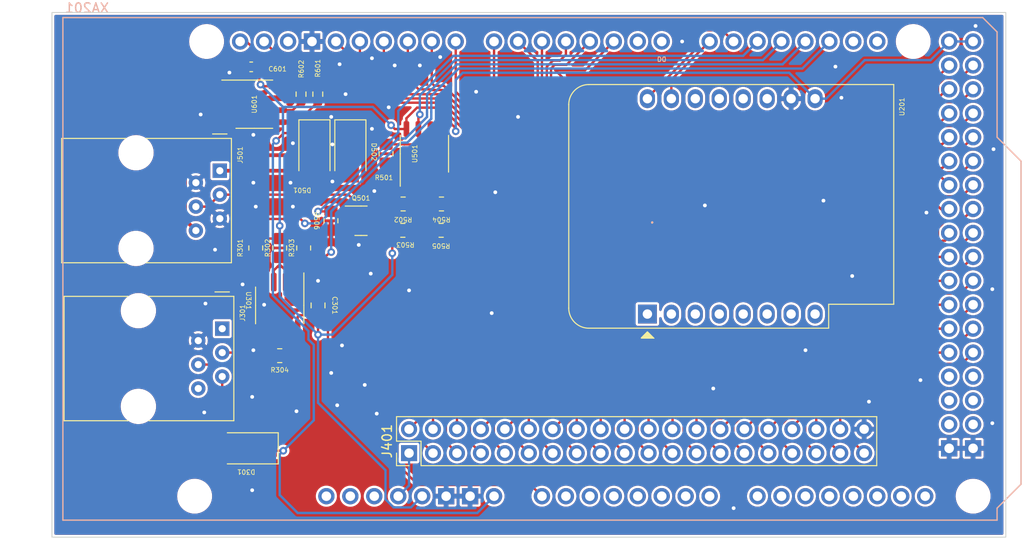
<source format=kicad_pcb>
(kicad_pcb (version 20211014) (generator pcbnew)
  (layers (0 "F.Cu" signal) (31 "B.Cu" signal) (34 "B.Paste" user) (35 "F.Paste" user) (36 "B.SilkS" user "B.Silkscreen") (37 "F.SilkS" user "F.Silkscreen") (38 "B.Mask" user) (39 "F.Mask" user) (44 "Edge.Cuts" user))
  (net 0 "")
  (net 1 "GND")
  (net 2 "+5V")
  (net 3 "+12V")
  (net 4 "Net-(D301-Pad2)")
  (net 5 "Net-(J501-Pad3)")
  (net 6 "Lnet_Tx")
  (net 7 "Net-(R501-Pad1)")
  (net 8 "Lnet_Rx")
  (net 9 "Net-(R503-Pad1)")
  (net 10 "SDA")
  (net 11 "SCL")
  (net 25 "Net-(U201-Pad15)")
  (net 26 "Net-(U201-Pad16)")
  (net 30 "/Xnet/B")
  (net 31 "/Xnet/A")
  (net 33 "Tx")
  (net 34 "dir")
  (net 35 "Rx")
  (net 36 "GPIO1")
  (net 37 "GPIO2")
  (net 38 "GPIO3")
  (net 39 "GPIO4")
  (net 40 "GPIO5")
  (net 41 "GPIO6")
  (net 42 "GPIO7")
  (net 43 "GPIO8")
  (net 44 "GPIO9")
  (net 45 "GPIO10")
  (net 46 "GPIO11")
  (net 47 "GPIO12")
  (net 48 "GPIO13")
  (net 49 "GPIO14")
  (net 50 "GPIO15")
  (net 51 "GPIO16")
  (net 52 "GPIO17")
  (net 53 "GPIO18")
  (net 54 "GPIO19")
  (net 55 "GPIO20")
  (net 56 "GPIO21")
  (net 57 "GPIO22")
  (net 58 "GPIO23")
  (net 59 "GPIO24")
  (net 60 "GPIO25")
  (net 61 "GPIO26")
  (net 62 "GPIO27")
  (net 63 "GPIO28")
  (net 64 "GPIO29")
  (net 65 "GPIO30")
  (net 66 "GPIO31")
  (net 67 "GPIO32")
  (net 68 "GPIO33")
  (net 69 "GPIO34")
  (net 70 "GPIO35")
  (net 71 "GPIO36")
  (net 72 "GPIO37")
  (net 73 "GPIO38")
  (net 74 "+3V3")
  (net 102 "Net-(D501-Pad2)")
  (net 103 "Net-(D502-Pad2)")
  (footprint "Package_SO:SOIC-8_3.9x4.9mm_P1.27mm" (layer "F.Cu") (at 143.51 96.0835 -90)
    (fp_text reference "U301")
    (fp_text value "MAX485E")
  )
  (footprint "Connector_RJ:RJ12_Amphenol_54601" (layer "F.Cu") (at 137.16 81.788 -90)
    (fp_text reference "J501")
    (fp_text value "RJ12")
  )
  (footprint "Resistor_SMD:R_0805_2012Metric_Pad1.20x1.40mm_HandSolder" (layer "F.Cu") (at 148.9456 87.0966 -90)
    (fp_text reference "R506")
    (fp_text value "10k")
  )
  (footprint "Package_TO_SOT_SMD:SOT-23" (layer "F.Cu") (at 152.1316 87.0966)
    (fp_text reference "Q501")
    (fp_text value "AO3400A")
  )
  (footprint "Resistor_SMD:R_0805_2012Metric_Pad1.20x1.40mm_HandSolder" (layer "F.Cu") (at 146.05 89.9875 90)
    (fp_text reference "R303")
    (fp_text value "10k")
  )
  (footprint "Resistor_SMD:R_0805_2012Metric_Pad1.20x1.40mm_HandSolder" (layer "F.Cu") (at 143.51 101.4175)
    (fp_text reference "R304")
    (fp_text value "120R")
  )
  (footprint "Diode_SMD:D_SMA" (layer "F.Cu") (at 139.954 111.252 180)
    (fp_text reference "D301")
    (fp_text value "D")
  )
  (footprint "Capacitor_SMD:C_0603_1608Metric_Pad1.08x0.95mm_HandSolder" (layer "F.Cu") (at 140.4874 70.7644)
    (fp_text reference "C601")
    (fp_text value "100nF")
  )
  (footprint "Resistor_SMD:R_0805_2012Metric_Pad1.20x1.40mm_HandSolder" (layer "F.Cu") (at 143.51 89.9875 90)
    (fp_text reference "R302")
    (fp_text value "10k")
  )
  (footprint "Resistor_SMD:R_0805_2012Metric_Pad1.20x1.40mm_HandSolder" (layer "F.Cu") (at 140.97 89.9875 90)
    (fp_text reference "R301")
    (fp_text value "10k")
  )
  (footprint "Diode_SMD:D_SMA" (layer "F.Cu") (at 151.003 79.788 -90)
    (fp_text reference "D502")
    (fp_text value "D")
  )
  (footprint "Module:WEMOS_D1_mini_light" (layer "F.Cu") (at 182.5 97 90)
    (fp_text reference "U201")
    (fp_text value "WeMos_D1_mini")
  )
  (footprint "Resistor_SMD:R_0805_2012Metric_Pad1.20x1.40mm_HandSolder" (layer "F.Cu") (at 156.5976 85.3186 180)
    (fp_text reference "R502")
    (fp_text value "47k")
  )
  (footprint "Resistor_SMD:R_0805_2012Metric_Pad1.20x1.40mm_HandSolder" (layer "F.Cu") (at 160.6296 88.1126 180)
    (fp_text reference "R505")
    (fp_text value "22k")
  )
  (footprint "Connector_RJ:RJ12_Amphenol_54601" (layer "F.Cu") (at 137.414 98.552 -90)
    (fp_text reference "J301")
    (fp_text value "RJ12")
  )
  (footprint "Resistor_SMD:R_0805_2012Metric_Pad1.20x1.40mm_HandSolder" (layer "F.Cu") (at 160.6616 85.3186 180)
    (fp_text reference "R504")
    (fp_text value "150k")
  )
  (footprint "Diode_SMD:D_SMA" (layer "F.Cu") (at 147.193 79.788 -90)
    (fp_text reference "D501")
    (fp_text value "D")
  )
  (footprint "Resistor_SMD:R_0603_1608Metric" (layer "F.Cu") (at 147.5486 73.66 -90)
    (fp_text reference "R601")
    (fp_text value "4k7")
  )
  (footprint "Package_SO:SOIC-8_3.9x4.9mm_P1.27mm" (layer "F.Cu") (at 140.8176 74.7268)
    (fp_text reference "U601")
    (fp_text value "24LC256")
  )
  (footprint "Resistor_SMD:R_0805_2012Metric_Pad1.20x1.40mm_HandSolder" (layer "F.Cu") (at 156.5656 88.1126 180)
    (fp_text reference "R503")
    (fp_text value "10k")
  )
  (footprint "Resistor_SMD:R_0805_2012Metric_Pad1.20x1.40mm_HandSolder" (layer "F.Cu") (at 154.7876 79.9846 90)
    (fp_text reference "R501")
    (fp_text value "220k")
  )
  (footprint "Connector_PinHeader_2.54mm:PinHeader_2x20_P2.54mm_Vertical" (layer "F.Cu") (at 157.226 111.76 90)
    (fp_text reference "J401")
    (fp_text value "Conn_02x20_Counter_Clockwise")
  )
  (footprint "Resistor_SMD:R_0603_1608Metric" (layer "F.Cu") (at 145.7706 73.66 -90)
    (fp_text reference "R602")
    (fp_text value "4k7")
  )
  (footprint "Arduino:Arduino_Mega2560_Shield" (layer "F.Cu") (at 120.518 118.872)
    (fp_text reference "XA201")
    (fp_text value "Arduino_Mega2560_Shield")
  )
  (footprint "Capacitor_SMD:C_0805_2012Metric_Pad1.18x1.45mm_HandSolder" (layer "F.Cu") (at 147.574 96.0835 90)
    (fp_text reference "C301")
    (fp_text value "100n")
  )
  (footprint "Package_SO:SOP-8_3.9x4.9mm_P1.27mm" (layer "F.Cu") (at 158.8516 79.9846 90)
    (fp_text reference "U501")
    (fp_text value "LM311")
  )
  (gr_rect (start 119.3584 64.992) (end 220.5052 120.6812) (layer "Edge.Cuts") (width 0.1) (fill none))
  (via (at 153.797 107.569) (size 0.8) (drill 0.4) (layers "F.Cu" "B.Cu") (net 1))
  (via (at 136.652 90.17) (size 0.8) (drill 0.4) (layers "F.Cu" "B.Cu") (net 1))
  (via (at 191.643 117.602) (size 0.8) (drill 0.4) (layers "F.Cu" "B.Cu") (net 1))
  (via (at 145.288 107.315) (size 0.8) (drill 0.4) (layers "F.Cu" "B.Cu") (net 1))
  (via (at 168.783 76.073) (size 0.8) (drill 0.4) (layers "F.Cu" "B.Cu") (net 1))
  (via (at 150.114 100.33) (size 0.8) (drill 0.4) (layers "F.Cu" "B.Cu") (net 1))
  (via (at 189.484 104.902) (size 0.8) (drill 0.4) (layers "F.Cu" "B.Cu") (net 1))
  (via (at 140.589 115.697) (size 0.8) (drill 0.4) (layers "F.Cu" "B.Cu") (net 1))
  (via (at 147.574 93.472) (size 0.8) (drill 0.4) (layers "F.Cu" "B.Cu") (net 1))
  (via (at 138.176 71.374) (size 0.8) (drill 0.4) (layers "F.Cu" "B.Cu") (net 1))
  (via (at 205.994 106.299) (size 0.8) (drill 0.4) (layers "F.Cu" "B.Cu") (net 1))
  (via (at 219.075 108.585) (size 0.8) (drill 0.4) (layers "F.Cu" "B.Cu") (net 1))
  (via (at 135.636 95.885) (size 0.8) (drill 0.4) (layers "F.Cu" "B.Cu") (net 1))
  (via (at 158.369 70.612) (size 0.8) (drill 0.4) (layers "F.Cu" "B.Cu") (net 1))
  (via (at 149.86 70.485) (size 0.8) (drill 0.4) (layers "F.Cu" "B.Cu") (net 1))
  (via (at 149.606 106.68) (size 0.8) (drill 0.4) (layers "F.Cu" "B.Cu") (net 1))
  (via (at 199.263 100.838) (size 0.8) (drill 0.4) (layers "F.Cu" "B.Cu") (net 1))
  (via (at 153.289 77.343) (size 0.8) (drill 0.4) (layers "F.Cu" "B.Cu") (net 1))
  (via (at 219.202 79.502) (size 0.8) (drill 0.4) (layers "F.Cu" "B.Cu") (net 1))
  (via (at 144.653 83.058) (size 0.8) (drill 0.4) (layers "F.Cu" "B.Cu") (net 1))
  (via (at 151.892 89.662) (size 0.8) (drill 0.4) (layers "F.Cu" "B.Cu") (net 1))
  (via (at 155.067 75.057) (size 0.8) (drill 0.4) (layers "F.Cu" "B.Cu") (net 1))
  (via (at 141.859 96.012) (size 0.8) (drill 0.4) (layers "F.Cu" "B.Cu") (net 1))
  (via (at 153.543 83.947) (size 0.8) (drill 0.4) (layers "F.Cu" "B.Cu") (net 1))
  (via (at 188.595 85.471) (size 0.8) (drill 0.4) (layers "F.Cu" "B.Cu") (net 1))
  (via (at 155.702 70.612) (size 0.8) (drill 0.4) (layers "F.Cu" "B.Cu") (net 1))
  (via (at 135.128 75.819) (size 0.8) (drill 0.4) (layers "F.Cu" "B.Cu") (net 1))
  (via (at 211.455 104.013) (size 0.8) (drill 0.4) (layers "F.Cu" "B.Cu") (net 1))
  (via (at 140.589 105.791) (size 0.8) (drill 0.4) (layers "F.Cu" "B.Cu") (net 1))
  (via (at 217.297 66.421) (size 0.8) (drill 0.4) (layers "F.Cu" "B.Cu") (net 1))
  (via (at 153.289 69.85) (size 0.8) (drill 0.4) (layers "F.Cu" "B.Cu") (net 1))
  (via (at 144.907 78.867) (size 0.8) (drill 0.4) (layers "F.Cu" "B.Cu") (net 1))
  (via (at 149.098 78.994) (size 0.8) (drill 0.4) (layers "F.Cu" "B.Cu") (net 1))
  (via (at 166.37 84.074) (size 0.8) (drill 0.4) (layers "F.Cu" "B.Cu") (net 1))
  (via (at 186.182 68.072) (size 0.8) (drill 0.4) (layers "F.Cu" "B.Cu") (net 1))
  (via (at 157.226 94.488) (size 0.8) (drill 0.4) (layers "F.Cu" "B.Cu") (net 1))
  (via (at 148.971 76.073) (size 0.8) (drill 0.4) (layers "F.Cu" "B.Cu") (net 1))
  (via (at 140.716 83.058) (size 0.8) (drill 0.4) (layers "F.Cu" "B.Cu") (net 1))
  (via (at 203.073 74.041) (size 0.8) (drill 0.4) (layers "F.Cu" "B.Cu") (net 1))
  (via (at 202.438 70.739) (size 0.8) (drill 0.4) (layers "F.Cu" "B.Cu") (net 1))
  (via (at 201.168 84.963) (size 0.8) (drill 0.4) (layers "F.Cu" "B.Cu") (net 1))
  (via (at 135.509 107.442) (size 0.8) (drill 0.4) (layers "F.Cu" "B.Cu") (net 1))
  (via (at 164.338 73.406) (size 0.8) (drill 0.4) (layers "F.Cu" "B.Cu") (net 1))
  (via (at 160.528 69.723) (size 0.8) (drill 0.4) (layers "F.Cu" "B.Cu") (net 1))
  (via (at 149.098 82.931) (size 0.8) (drill 0.4) (layers "F.Cu" "B.Cu") (net 1))
  (via (at 148.971 103.251) (size 0.8) (drill 0.4) (layers "F.Cu" "B.Cu") (net 1))
  (via (at 140.716 77.978) (size 0.8) (drill 0.4) (layers "F.Cu" "B.Cu") (net 1))
  (via (at 204.216 92.964) (size 0.8) (drill 0.4) (layers "F.Cu" "B.Cu") (net 1))
  (via (at 140.716 100.838) (size 0.8) (drill 0.4) (layers "F.Cu" "B.Cu") (net 1))
  (via (at 219.075 94.361) (size 0.8) (drill 0.4) (layers "F.Cu" "B.Cu") (net 1))
  (via (at 150.495 73.66) (size 0.8) (drill 0.4) (layers "F.Cu" "B.Cu") (net 1))
  (via (at 212.09 86.233) (size 0.8) (drill 0.4) (layers "F.Cu" "B.Cu") (net 1))
  (via (at 144.907 85.598) (size 0.8) (drill 0.4) (layers "F.Cu" "B.Cu") (net 1))
  (via (at 139.573 93.853) (size 0.8) (drill 0.4) (layers "F.Cu" "B.Cu") (net 1))
  (via (at 152.527 104.521) (size 0.8) (drill 0.4) (layers "F.Cu" "B.Cu") (net 1))
  (via (at 153.162 92.71) (size 0.8) (drill 0.4) (layers "F.Cu" "B.Cu") (net 1))
  (via (at 140.97 85.598) (size 0.8) (drill 0.4) (layers "F.Cu" "B.Cu") (net 1))
  (via (at 165.989 96.901) (size 0.8) (drill 0.4) (layers "F.Cu" "B.Cu") (net 1))
  (segment (start 141.3499 72.5159) (end 141.478 72.644) (width 0.25) (layer "F.Cu") (net 2))
  (segment (start 155.7186 77.3596) (end 156.9466 77.3596) (width 0.25) (layer "F.Cu") (net 2))
  (segment (start 156.9466 77.3596) (end 156.9466 76.216786) (width 0.25) (layer "F.Cu") (net 2))
  (segment (start 158.068897 75.094489) (end 159.987561 75.094489) (width 0.25) (layer "F.Cu") (net 2))
  (segment (start 146.05 88.9875) (end 140.97 88.9875) (width 0.25) (layer "F.Cu") (net 2))
  (segment (start 141.6558 72.8218) (end 143.2926 72.8218) (width 0.25) (layer "F.Cu") (net 2))
  (segment (start 145.576 97.121) (end 145.415 97.282) (width 0.25) (layer "F.Cu") (net 2))
  (segment (start 159.987561 75.094489) (end 162.174701 77.281629) (width 0.25) (layer "F.Cu") (net 2))
  (segment (start 147.574 97.121) (end 145.576 97.121) (width 0.25) (layer "F.Cu") (net 2))
  (segment (start 147.574 99.187) (end 147.574 97.121) (width 0.25) (layer "F.Cu") (net 2))
  (segment (start 147.5486 72.835) (end 143.3058 72.835) (width 0.25) (layer "F.Cu") (net 2))
  (segment (start 145.415 97.282) (end 145.415 98.5585) (width 0.25) (layer "F.Cu") (net 2))
  (segment (start 141.478 72.644) (end 141.6558 72.8218) (width 0.25) (layer "F.Cu") (net 2))
  (segment (start 162.174701 77.281629) (end 162.174701 77.601299) (width 0.25) (layer "F.Cu") (net 2))
  (segment (start 141.3499 70.7644) (end 141.3499 72.5159) (width 0.25) (layer "F.Cu") (net 2))
  (segment (start 155.448 90.551) (end 155.448 88.2302) (width 0.25) (layer "F.Cu") (net 2))
  (segment (start 143.3058 72.835) (end 143.2926 72.8218) (width 0.25) (layer "F.Cu") (net 2))
  (segment (start 155.321 76.962) (end 155.7186 77.3596) (width 0.25) (layer "F.Cu") (net 2))
  (segment (start 143.51 88.9875) (end 143.51 87.63) (width 0.25) (layer "F.Cu") (net 2))
  (segment (start 155.448 88.2302) (end 155.5656 88.1126) (width 0.25) (layer "F.Cu") (net 2))
  (segment (start 156.9466 76.216786) (end 158.068897 75.094489) (width 0.25) (layer "F.Cu") (net 2))
  (via (at 147.574 99.187) (size 0.8) (drill 0.4) (layers "F.Cu" "B.Cu") (net 2))
  (via (at 141.478 72.644) (size 0.8) (drill 0.4) (layers "F.Cu" "B.Cu") (net 2))
  (via (at 155.448 90.551) (size 0.8) (drill 0.4) (layers "F.Cu" "B.Cu") (net 2))
  (via (at 155.321 76.962) (size 0.8) (drill 0.4) (layers "F.Cu" "B.Cu") (net 2))
  (via (at 143.51 87.63) (size 0.8) (drill 0.4) (layers "F.Cu" "B.Cu") (net 2))
  (via (at 162.174701 77.601299) (size 0.8) (drill 0.4) (layers "F.Cu" "B.Cu") (net 2))
  (segment (start 147.574 99.187) (end 149.098 99.187) (width 0.25) (layer "B.Cu") (net 2))
  (segment (start 143.51 95.123) (end 147.447 99.06) (width 0.25) (layer "B.Cu") (net 2))
  (segment (start 143.853511 75.019511) (end 144.107511 75.019511) (width 0.25) (layer "B.Cu") (net 2))
  (segment (start 143.51 87.63) (end 143.51 80.01) (width 0.25) (layer "B.Cu") (net 2))
  (segment (start 153.378511 75.019511) (end 155.321 76.962) (width 0.25) (layer "B.Cu") (net 2))
  (segment (start 214.498 68.072) (end 217.038 68.072) (width 0.25) (layer "B.Cu") (net 2))
  (segment (start 155.448 92.837) (end 155.448 90.551) (width 0.25) (layer "B.Cu") (net 2))
  (segment (start 143.51 80.01) (end 143.853511 79.666489) (width 0.25) (layer "B.Cu") (net 2))
  (segment (start 149.098 99.187) (end 155.067 93.218) (width 0.25) (layer "B.Cu") (net 2))
  (segment (start 155.067 93.218) (end 155.448 92.837) (width 0.25) (layer "B.Cu") (net 2))
  (segment (start 143.853511 75.273511) (end 144.107511 75.019511) (width 0.25) (layer "B.Cu") (net 2))
  (segment (start 197.53408 71.39408) (end 200.28 74.14) (width 0.25) (layer "B.Cu") (net 2))
  (segment (start 155.585867 117.520111) (end 154.726111 116.660355) (width 0.25) (layer "B.Cu") (net 2))
  (segment (start 162.174701 77.601299) (end 162.174701 72.140299) (width 0.25) (layer "B.Cu") (net 2))
  (segment (start 143.853511 79.666489) (end 143.853511 75.273511) (width 0.25) (layer "B.Cu") (net 2))
  (segment (start 147.574 106.426) (end 147.574 99.187) (width 0.25) (layer "B.Cu") (net 2))
  (segment (start 143.853511 75.019511) (end 141.478 72.644) (width 0.25) (layer "B.Cu") (net 2))
  (segment (start 143.51 87.63) (end 143.51 95.123) (width 0.25) (layer "B.Cu") (net 2))
  (segment (start 143.853511 75.273511) (end 143.853511 75.019511) (width 0.25) (layer "B.Cu") (net 2))
  (segment (start 158.618 116.332) (end 157.429889 117.520111) (width 0.25) (layer "B.Cu") (net 2))
  (segment (start 162.92092 71.39408) (end 197.53408 71.39408) (width 0.25) (layer "B.Cu") (net 2))
  (segment (start 205.543479 70.046521) (end 201.45 74.14) (width 0.25) (layer "B.Cu") (net 2))
  (segment (start 214.498 68.072) (end 212.523479 70.046521) (width 0.25) (layer "B.Cu") (net 2))
  (segment (start 147.447 99.06) (end 147.574 99.187) (width 0.25) (layer "B.Cu") (net 2))
  (segment (start 212.523479 70.046521) (end 205.543479 70.046521) (width 0.25) (layer "B.Cu") (net 2))
  (segment (start 144.107511 75.019511) (end 153.378511 75.019511) (width 0.25) (layer "B.Cu") (net 2))
  (segment (start 154.726111 116.660355) (end 154.726111 113.578111) (width 0.25) (layer "B.Cu") (net 2))
  (segment (start 157.429889 117.520111) (end 155.585867 117.520111) (width 0.25) (layer "B.Cu") (net 2))
  (segment (start 154.726111 113.578111) (end 147.574 106.426) (width 0.25) (layer "B.Cu") (net 2))
  (segment (start 162.174701 72.140299) (end 162.92092 71.39408) (width 0.25) (layer "B.Cu") (net 2))
  (segment (start 201.45 74.14) (end 200.28 74.14) (width 0.25) (layer "B.Cu") (net 2))
  (segment (start 143.891 111.506) (end 142.208 111.506) (width 0.25) (layer "F.Cu") (net 3))
  (segment (start 143.129 78.613) (end 143.954 77.788) (width 0.25) (layer "F.Cu") (net 3))
  (segment (start 143.954 77.788) (end 147.193 77.788) (width 0.25) (layer "F.Cu") (net 3))
  (segment (start 142.208 111.506) (end 141.954 111.252) (width 0.25) (layer "F.Cu") (net 3))
  (segment (start 151.003 77.788) (end 147.193 77.788) (width 0.4) (layer "F.Cu") (net 3))
  (via (at 143.129 78.613) (size 0.8) (drill 0.4) (layers "F.Cu" "B.Cu") (net 3))
  (via (at 143.891 111.506) (size 0.8) (drill 0.4) (layers "F.Cu" "B.Cu") (net 3))
  (segment (start 143.891 111.506) (end 147.12448 108.27252) (width 0.25) (layer "B.Cu") (net 3))
  (segment (start 166.238 116.332) (end 164.46 118.11) (width 0.25) (layer "B.Cu") (net 3))
  (segment (start 147.12448 106.172) (end 147.12448 101.981) (width 0.25) (layer "B.Cu") (net 3))
  (segment (start 164.46 118.11) (end 145.415 118.11) (width 0.25) (layer "B.Cu") (net 3))
  (segment (start 147.12448 100.26148) (end 146.558 99.695) (width 0.25) (layer "B.Cu") (net 3))
  (segment (start 142.785489 95.034207) (end 142.785489 78.956511) (width 0.25) (layer "B.Cu") (net 3))
  (segment (start 146.558 98.806718) (end 145.414641 97.663359) (width 0.25) (layer "B.Cu") (net 3))
  (segment (start 143.51 116.205) (end 143.51 111.887) (width 0.25) (layer "B.Cu") (net 3))
  (segment (start 145.414641 97.663359) (end 142.785489 95.034207) (width 0.25) (layer "B.Cu") (net 3))
  (segment (start 146.558 99.695) (end 146.558 98.806718) (width 0.25) (layer "B.Cu") (net 3))
  (segment (start 142.785489 78.956511) (end 143.129 78.613) (width 0.25) (layer "B.Cu") (net 3))
  (segment (start 143.51 111.887) (end 143.891 111.506) (width 0.25) (layer "B.Cu") (net 3))
  (segment (start 147.12448 101.981) (end 147.12448 100.26148) (width 0.25) (layer "B.Cu") (net 3))
  (segment (start 147.12448 108.27252) (end 147.12448 106.172) (width 0.25) (layer "B.Cu") (net 3))
  (segment (start 145.415 118.11) (end 143.51 116.205) (width 0.25) (layer "B.Cu") (net 3))
  (segment (start 137.414 103.632) (end 137.414 110.712) (width 0.25) (layer "F.Cu") (net 4))
  (segment (start 137.414 110.712) (end 137.954 111.252) (width 0.25) (layer "F.Cu") (net 4))
  (segment (start 155.5976 85.3186) (end 154.8471 85.3186) (width 0.25) (layer "F.Cu") (net 5))
  (segment (start 153.0691 86.613028) (end 153.0691 87.0966) (width 0.25) (layer "F.Cu") (net 5))
  (segment (start 150.784072 84.328) (end 153.0691 86.613028) (width 0.25) (layer "F.Cu") (net 5))
  (segment (start 134.62 85.598) (end 135.89 85.598) (width 0.25) (layer "F.Cu") (net 5))
  (segment (start 135.89 85.598) (end 137.16 84.328) (width 0.25) (layer "F.Cu") (net 5))
  (segment (start 154.8471 85.3186) (end 153.0691 87.0966) (width 0.25) (layer "F.Cu") (net 5))
  (segment (start 137.16 84.328) (end 150.784072 84.328) (width 0.25) (layer "F.Cu") (net 5))
  (segment (start 148.9362 86.106) (end 148.9456 86.0966) (width 0.25) (layer "F.Cu") (net 6))
  (segment (start 148.9956 86.1466) (end 148.9456 86.0966) (width 0.25) (layer "F.Cu") (net 6))
  (segment (start 147.574 86.106) (end 148.9362 86.106) (width 0.25) (layer "F.Cu") (net 6))
  (segment (start 151.1941 86.1466) (end 148.9956 86.1466) (width 0.25) (layer "F.Cu") (net 6))
  (via (at 147.574 86.106) (size 0.8) (drill 0.4) (layers "F.Cu" "B.Cu") (net 6))
  (segment (start 194.178 68.072) (end 192.654 69.596) (width 0.25) (layer "B.Cu") (net 6))
  (segment (start 156.083 75.438) (end 156.083 77.724) (width 0.25) (layer "B.Cu") (net 6))
  (segment (start 192.654 69.596) (end 161.925 69.596) (width 0.25) (layer "B.Cu") (net 6))
  (segment (start 147.701 86.106) (end 147.574 86.106) (width 0.25) (layer "B.Cu") (net 6))
  (segment (start 156.083 77.724) (end 147.701 86.106) (width 0.25) (layer "B.Cu") (net 6))
  (segment (start 161.925 69.596) (end 156.083 75.438) (width 0.25) (layer "B.Cu") (net 6))
  (segment (start 157.5976 85.3186) (end 157.5976 84.2866) (width 0.25) (layer "F.Cu") (net 7))
  (segment (start 156.817672 80.9846) (end 158.2166 82.383528) (width 0.25) (layer "F.Cu") (net 7))
  (segment (start 154.7876 80.9846) (end 156.817672 80.9846) (width 0.25) (layer "F.Cu") (net 7))
  (segment (start 157.5976 84.2866) (end 158.2166 83.6676) (width 0.25) (layer "F.Cu") (net 7))
  (segment (start 158.2166 83.6676) (end 158.2166 82.6096) (width 0.25) (layer "F.Cu") (net 7))
  (segment (start 157.5976 85.3186) (end 159.6616 85.3186) (width 0.25) (layer "F.Cu") (net 7))
  (segment (start 158.2166 82.383528) (end 158.2166 82.6096) (width 0.25) (layer "F.Cu") (net 7))
  (segment (start 158.2166 77.3596) (end 158.2166 75.9714) (width 0.25) (layer "F.Cu") (net 8))
  (segment (start 158.2166 75.9714) (end 158.369 75.819) (width 0.25) (layer "F.Cu") (net 8))
  (segment (start 158.2166 78.3844) (end 157.607 78.994) (width 0.25) (layer "F.Cu") (net 8))
  (segment (start 158.2166 77.3596) (end 158.2166 78.3844) (width 0.25) (layer "F.Cu") (net 8))
  (segment (start 157.607 78.994) (end 156.718 78.994) (width 0.25) (layer "F.Cu") (net 8))
  (segment (start 156.718 78.994) (end 156.7086 78.9846) (width 0.25) (layer "F.Cu") (net 8))
  (segment (start 154.7876 78.9846) (end 156.7086 78.9846) (width 0.25) (layer "F.Cu") (net 8))
  (via (at 158.369 75.819) (size 0.8) (drill 0.4) (layers "F.Cu" "B.Cu") (net 8))
  (segment (start 194.74448 70.04552) (end 196.718 68.072) (width 0.25) (layer "B.Cu") (net 8))
  (segment (start 158.369 75.819) (end 158.369 73.787718) (width 0.25) (layer "B.Cu") (net 8))
  (segment (start 158.369 73.787718) (end 162.111198 70.04552) (width 0.25) (layer "B.Cu") (net 8))
  (segment (start 162.111198 70.04552) (end 194.74448 70.04552) (width 0.25) (layer "B.Cu") (net 8))
  (segment (start 160.58612 84.630627) (end 160.58612 87.15608) (width 0.25) (layer "F.Cu") (net 9))
  (segment (start 159.4866 83.531107) (end 160.58612 84.630627) (width 0.25) (layer "F.Cu") (net 9))
  (segment (start 159.4866 82.6096) (end 159.4866 83.531107) (width 0.25) (layer "F.Cu") (net 9))
  (segment (start 159.6296 88.1126) (end 157.5656 88.1126) (width 0.25) (layer "F.Cu") (net 9))
  (segment (start 160.58612 87.15608) (end 159.6296 88.1126) (width 0.25) (layer "F.Cu") (net 9))
  (segment (start 147.5486 74.485) (end 147.751101 74.485) (width 0.25) (layer "F.Cu") (net 10))
  (segment (start 143.2926 76.6318) (end 145.4018 76.6318) (width 0.25) (layer "F.Cu") (net 10))
  (segment (start 145.4018 76.6318) (end 147.5486 74.485) (width 0.25) (layer "F.Cu") (net 10))
  (segment (start 149.098 73.138101) (end 149.098 71.628) (width 0.25) (layer "F.Cu") (net 10))
  (segment (start 147.574 70.104) (end 143.886 70.104) (width 0.25) (layer "F.Cu") (net 10))
  (segment (start 147.751101 74.485) (end 149.098 73.138101) (width 0.25) (layer "F.Cu") (net 10))
  (segment (start 143.886 70.104) (end 141.854 68.072) (width 0.25) (layer "F.Cu") (net 10))
  (segment (start 149.098 71.628) (end 147.574 70.104) (width 0.25) (layer "F.Cu") (net 10))
  (segment (start 147.940383 73.66) (end 146.5956 73.66) (width 0.25) (layer "F.Cu") (net 11))
  (segment (start 148.64848 72.951903) (end 147.940383 73.66) (width 0.25) (layer "F.Cu") (net 11))
  (segment (start 143.2926 75.3618) (end 144.8938 75.3618) (width 0.25) (layer "F.Cu") (net 11))
  (segment (start 141.643675 69.725859) (end 142.872141 69.725859) (width 0.25) (layer "F.Cu") (net 11))
  (segment (start 147.26152 70.55352) (end 148.64848 71.94048) (width 0.25) (layer "F.Cu") (net 11))
  (segment (start 148.64848 71.94048) (end 148.64848 72.951903) (width 0.25) (layer "F.Cu") (net 11))
  (segment (start 139.989816 68.072) (end 141.643675 69.725859) (width 0.25) (layer "F.Cu") (net 11))
  (segment (start 142.872141 69.725859) (end 143.699802 70.55352) (width 0.25) (layer "F.Cu") (net 11))
  (segment (start 144.8938 75.3618) (end 145.7706 74.485) (width 0.25) (layer "F.Cu") (net 11))
  (segment (start 139.314 68.072) (end 139.989816 68.072) (width 0.25) (layer "F.Cu") (net 11))
  (segment (start 146.5956 73.66) (end 145.7706 74.485) (width 0.25) (layer "F.Cu") (net 11))
  (segment (start 143.699802 70.55352) (end 147.26152 70.55352) (width 0.25) (layer "F.Cu") (net 11))
  (segment (start 185.04 72.13) (end 189.098 68.072) (width 0.25) (layer "F.Cu") (net 25))
  (segment (start 185.04 74.14) (end 185.04 72.13) (width 0.25) (layer "F.Cu") (net 25))
  (segment (start 191.638 68.072) (end 190.449889 66.883889) (width 0.25) (layer "F.Cu") (net 26))
  (segment (start 187.576141 67.693859) (end 187.576141 68.958141) (width 0.25) (layer "F.Cu") (net 26))
  (segment (start 190.449889 66.883889) (end 188.386111 66.883889) (width 0.25) (layer "F.Cu") (net 26))
  (segment (start 188.386111 66.883889) (end 187.576141 67.693859) (width 0.25) (layer "F.Cu") (net 26))
  (segment (start 187.576141 68.958141) (end 182.5 74.034282) (width 0.25) (layer "F.Cu") (net 26))
  (segment (start 182.5 74.034282) (end 182.5 74.14) (width 0.25) (layer "F.Cu") (net 26))
  (segment (start 141.24702 97.25898) (end 143.221552 97.25898) (width 0.25) (layer "F.Cu") (net 30))
  (segment (start 139.446 100.838) (end 139.446 99.06) (width 0.25) (layer "F.Cu") (net 30))
  (segment (start 144.145 101.0525) (end 144.51 101.4175) (width 0.25) (layer "F.Cu") (net 30))
  (segment (start 139.192 101.092) (end 139.446 100.838) (width 0.25) (layer "F.Cu") (net 30))
  (segment (start 143.221552 97.25898) (end 144.145 98.182428) (width 0.25) (layer "F.Cu") (net 30))
  (segment (start 144.145 98.182428) (end 144.145 98.5585) (width 0.25) (layer "F.Cu") (net 30))
  (segment (start 139.446 99.06) (end 141.24702 97.25898) (width 0.25) (layer "F.Cu") (net 30))
  (segment (start 137.414 101.092) (end 139.192 101.092) (width 0.25) (layer "F.Cu") (net 30))
  (segment (start 144.145 98.5585) (end 144.145 101.0525) (width 0.25) (layer "F.Cu") (net 30))
  (segment (start 141.5655 102.362) (end 134.874 102.362) (width 0.25) (layer "F.Cu") (net 31))
  (segment (start 142.51 101.4175) (end 141.5655 102.362) (width 0.25) (layer "F.Cu") (net 31))
  (segment (start 142.875 98.5585) (end 142.875 101.0525) (width 0.25) (layer "F.Cu") (net 31))
  (segment (start 142.875 101.0525) (end 142.51 101.4175) (width 0.25) (layer "F.Cu") (net 31))
  (segment (start 145.706489 86.905489) (end 140.678511 86.905489) (width 0.25) (layer "F.Cu") (net 33))
  (segment (start 140.97 91.4861) (end 141.605 92.1211) (width 0.25) (layer "F.Cu") (net 33))
  (segment (start 139.065 88.519) (end 139.065 90.424) (width 0.25) (layer "F.Cu") (net 33))
  (segment (start 140.97 90.9875) (end 140.97 91.4861) (width 0.25) (layer "F.Cu") (net 33))
  (segment (start 139.6285 90.9875) (end 140.97 90.9875) (width 0.25) (layer "F.Cu") (net 33))
  (segment (start 146.177 87.376) (end 145.706489 86.905489) (width 0.25) (layer "F.Cu") (net 33))
  (segment (start 140.678511 86.905489) (end 139.065 88.519) (width 0.25) (layer "F.Cu") (net 33))
  (segment (start 141.605 92.1211) (end 141.605 93.6085) (width 0.25) (layer "F.Cu") (net 33))
  (segment (start 139.065 90.424) (end 139.6285 90.9875) (width 0.25) (layer "F.Cu") (net 33))
  (via (at 146.177 87.376) (size 0.8) (drill 0.4) (layers "F.Cu" "B.Cu") (net 33))
  (segment (start 159.131 73.661436) (end 159.131 75.565) (width 0.25) (layer "B.Cu") (net 33))
  (segment (start 156.853255 78.359359) (end 156.083359 78.359359) (width 0.25) (layer "B.Cu") (net 33))
  (segment (start 148.463 86.614) (end 147.701 87.376) (width 0.25) (layer "B.Cu") (net 33))
  (segment (start 159.131 75.565) (end 159.131 76.081614) (width 0.25) (layer "B.Cu") (net 33))
  (segment (start 147.701 87.376) (end 146.177 87.376) (width 0.25) (layer "B.Cu") (net 33))
  (segment (start 196.83496 70.49504) (end 192.151 70.49504) (width 0.25) (layer "B.Cu") (net 33))
  (segment (start 199.258 68.072) (end 196.83496 70.49504) (width 0.25) (layer "B.Cu") (net 33))
  (segment (start 160.084218 72.708218) (end 159.131 73.661436) (width 0.25) (layer "B.Cu") (net 33))
  (segment (start 192.151 70.49504) (end 162.297396 70.49504) (width 0.25) (layer "B.Cu") (net 33))
  (segment (start 156.083359 78.359359) (end 148.463 85.979718) (width 0.25) (layer "B.Cu") (net 33))
  (segment (start 162.297396 70.49504) (end 160.084218 72.708218) (width 0.25) (layer "B.Cu") (net 33))
  (segment (start 148.463 85.979718) (end 148.463 86.614) (width 0.25) (layer "B.Cu") (net 33))
  (segment (start 159.131 76.081614) (end 156.853255 78.359359) (width 0.25) (layer "B.Cu") (net 33))
  (segment (start 143.7132 91.9433) (end 144.145 92.3751) (width 0.25) (layer "F.Cu") (net 34))
  (segment (start 142.875 92.3751) (end 143.256 91.9941) (width 0.25) (layer "F.Cu") (net 34))
  (segment (start 148.336 96.012) (end 144.78 96.012) (width 0.25) (layer "F.Cu") (net 34))
  (segment (start 151.13 103.505) (end 148.62352 100.99852) (width 0.25) (layer "F.Cu") (net 34))
  (segment (start 144.78 96.012) (end 144.145 95.377) (width 0.25) (layer "F.Cu") (net 34))
  (segment (start 143.51 91.7401) (end 143.7132 91.9433) (width 0.25) (layer "F.Cu") (net 34))
  (segment (start 143.51 90.9875) (end 143.51 91.7401) (width 0.25) (layer "F.Cu") (net 34))
  (segment (start 142.875 93.6085) (end 142.875 92.3751) (width 0.25) (layer "F.Cu") (net 34))
  (segment (start 158.196889 115.143889) (end 151.13 108.077) (width 0.25) (layer "F.Cu") (net 34))
  (segment (start 148.62352 100.99852) (end 148.62352 96.29952) (width 0.25) (layer "F.Cu") (net 34))
  (segment (start 148.62352 96.29952) (end 148.336 96.012) (width 0.25) (layer "F.Cu") (net 34))
  (segment (start 143.256 91.9941) (end 143.51 91.7401) (width 0.25) (layer "F.Cu") (net 34))
  (segment (start 144.145 92.3751) (end 144.145 93.6085) (width 0.25) (layer "F.Cu") (net 34))
  (segment (start 170.129889 115.143889) (end 158.196889 115.143889) (width 0.25) (layer "F.Cu") (net 34))
  (segment (start 143.6624 91.9941) (end 143.256 91.9941) (width 0.25) (layer "F.Cu") (net 34))
  (segment (start 151.13 108.077) (end 151.13 103.505) (width 0.25) (layer "F.Cu") (net 34))
  (segment (start 144.145 95.377) (end 144.145 93.6085) (width 0.25) (layer "F.Cu") (net 34))
  (segment (start 143.7132 91.9433) (end 143.6624 91.9941) (width 0.25) (layer "F.Cu") (net 34))
  (segment (start 171.318 116.332) (end 170.129889 115.143889) (width 0.25) (layer "F.Cu") (net 34))
  (segment (start 146.2485 91.186) (end 146.05 90.9875) (width 0.25) (layer "F.Cu") (net 35))
  (segment (start 148.971 90.424) (end 148.844 90.424) (width 0.25) (layer "F.Cu") (net 35))
  (segment (start 145.415 93.6085) (end 145.415 92.5275) (width 0.25) (layer "F.Cu") (net 35))
  (segment (start 145.415 92.5275) (end 146.05 91.8925) (width 0.25) (layer "F.Cu") (net 35))
  (segment (start 148.844 90.424) (end 148.082 91.186) (width 0.25) (layer "F.Cu") (net 35))
  (segment (start 146.05 91.8925) (end 146.05 90.9875) (width 0.25) (layer "F.Cu") (net 35))
  (segment (start 148.082 91.186) (end 146.2485 91.186) (width 0.25) (layer "F.Cu") (net 35))
  (via (at 148.971 90.424) (size 0.8) (drill 0.4) (layers "F.Cu" "B.Cu") (net 35))
  (segment (start 162.483594 70.94456) (end 160.656077 72.772077) (width 0.25) (layer "B.Cu") (net 35))
  (segment (start 156.337 78.808879) (end 152.273 82.872879) (width 0.25) (layer "B.Cu") (net 35))
  (segment (start 148.971 86.107436) (end 148.971 90.424) (width 0.25) (layer "B.Cu") (net 35))
  (segment (start 198.92544 70.94456) (end 195.453 70.94456) (width 0.25) (layer "B.Cu") (net 35))
  (segment (start 149.098718 85.979718) (end 148.971 86.107436) (width 0.25) (layer "B.Cu") (net 35))
  (segment (start 152.147436 82.931) (end 149.098718 85.979718) (width 0.25) (layer "B.Cu") (net 35))
  (segment (start 159.58052 75.565) (end 159.58052 76.267811) (width 0.25) (layer "B.Cu") (net 35))
  (segment (start 195.453 70.94456) (end 162.483594 70.94456) (width 0.25) (layer "B.Cu") (net 35))
  (segment (start 160.656077 72.772077) (end 159.58052 73.847634) (width 0.25) (layer "B.Cu") (net 35))
  (segment (start 157.039452 78.808879) (end 156.337 78.808879) (width 0.25) (layer "B.Cu") (net 35))
  (segment (start 152.273 82.931) (end 152.147436 82.931) (width 0.25) (layer "B.Cu") (net 35))
  (segment (start 152.273 82.872879) (end 152.273 82.931) (width 0.25) (layer "B.Cu") (net 35))
  (segment (start 159.58052 76.267811) (end 157.039452 78.808879) (width 0.25) (layer "B.Cu") (net 35))
  (segment (start 201.798 68.072) (end 198.92544 70.94456) (width 0.25) (layer "B.Cu") (net 35))
  (segment (start 159.58052 73.847634) (end 159.58052 75.565) (width 0.25) (layer "B.Cu") (net 35))
  (segment (start 168.71272 83.11472) (end 168.71272 97.7261) (width 0.25) (layer "F.Cu") (net 36))
  (segment (start 157.226 109.21282) (end 157.226 109.22) (width 0.25) (layer "F.Cu") (net 36))
  (segment (start 155.971082 74.56908) (end 160.16708 74.56908) (width 0.25) (layer "F.Cu") (net 36))
  (segment (start 149.474 68.072) (end 155.971082 74.56908) (width 0.25) (layer "F.Cu") (net 36))
  (segment (start 168.71272 97.7261) (end 157.226 109.21282) (width 0.25) (layer "F.Cu") (net 36))
  (segment (start 160.16708 74.56908) (end 168.71272 83.11472) (width 0.25) (layer "F.Cu") (net 36))
  (segment (start 169.16224 97.912298) (end 158.496 108.578538) (width 0.25) (layer "F.Cu") (net 37))
  (segment (start 152.014 68.072) (end 152.014 69.976282) (width 0.25) (layer "F.Cu") (net 37))
  (segment (start 152.014 69.976282) (end 156.157279 74.11956) (width 0.25) (layer "F.Cu") (net 37))
  (segment (start 158.496 110.49) (end 159.766 111.76) (width 0.25) (layer "F.Cu") (net 37))
  (segment (start 158.496 108.578538) (end 158.496 110.49) (width 0.25) (layer "F.Cu") (net 37))
  (segment (start 169.16224 82.928522) (end 169.16224 97.912298) (width 0.25) (layer "F.Cu") (net 37))
  (segment (start 156.157279 74.11956) (end 160.353278 74.11956) (width 0.25) (layer "F.Cu") (net 37))
  (segment (start 160.353278 74.11956) (end 169.16224 82.928522) (width 0.25) (layer "F.Cu") (net 37))
  (segment (start 154.554 71.880564) (end 156.343476 73.67004) (width 0.25) (layer "F.Cu") (net 38))
  (segment (start 160.539476 73.67004) (end 169.61176 82.742324) (width 0.25) (layer "F.Cu") (net 38))
  (segment (start 169.61176 98.098496) (end 159.766 107.944256) (width 0.25) (layer "F.Cu") (net 38))
  (segment (start 156.343476 73.67004) (end 160.539476 73.67004) (width 0.25) (layer "F.Cu") (net 38))
  (segment (start 159.766 107.944256) (end 159.766 109.22) (width 0.25) (layer "F.Cu") (net 38))
  (segment (start 169.61176 82.742324) (end 169.61176 98.098496) (width 0.25) (layer "F.Cu") (net 38))
  (segment (start 154.554 68.072) (end 154.554 71.880564) (width 0.25) (layer "F.Cu") (net 38))
  (segment (start 160.725674 73.22052) (end 159.726883 73.22052) (width 0.25) (layer "F.Cu") (net 39))
  (segment (start 159.658363 73.152) (end 158.242 73.152) (width 0.25) (layer "F.Cu") (net 39))
  (segment (start 157.094 72.004) (end 157.094 68.072) (width 0.25) (layer "F.Cu") (net 39))
  (segment (start 158.242 73.152) (end 157.094 72.004) (width 0.25) (layer "F.Cu") (net 39))
  (segment (start 161.131489 110.585489) (end 161.131489 108.108511) (width 0.25) (layer "F.Cu") (net 39))
  (segment (start 159.726883 73.22052) (end 159.658363 73.152) (width 0.25) (layer "F.Cu") (net 39))
  (segment (start 170.06128 98.284694) (end 170.06128 82.556126) (width 0.25) (layer "F.Cu") (net 39))
  (segment (start 161.131489 108.108511) (end 161.481489 107.758511) (width 0.25) (layer "F.Cu") (net 39))
  (segment (start 170.06128 82.556126) (end 160.725674 73.22052) (width 0.25) (layer "F.Cu") (net 39))
  (segment (start 161.481489 106.864485) (end 170.06128 98.284694) (width 0.25) (layer "F.Cu") (net 39))
  (segment (start 162.306 111.76) (end 161.131489 110.585489) (width 0.25) (layer "F.Cu") (net 39))
  (segment (start 161.481489 107.758511) (end 161.481489 106.864485) (width 0.25) (layer "F.Cu") (net 39))
  (segment (start 159.91308 72.771) (end 160.911871 72.771) (width 0.25) (layer "F.Cu") (net 40))
  (segment (start 162.306 106.675692) (end 162.306 109.22) (width 0.25) (layer "F.Cu") (net 40))
  (segment (start 159.634 68.072) (end 159.634 72.49192) (width 0.25) (layer "F.Cu") (net 40))
  (segment (start 160.911871 72.771) (end 170.5108 82.369929) (width 0.25) (layer "F.Cu") (net 40))
  (segment (start 170.5108 82.369929) (end 170.5108 98.470892) (width 0.25) (layer "F.Cu") (net 40))
  (segment (start 159.634 72.49192) (end 159.91308 72.771) (width 0.25) (layer "F.Cu") (net 40))
  (segment (start 170.5108 98.470892) (end 162.306 106.675692) (width 0.25) (layer "F.Cu") (net 40))
  (segment (start 163.671489 110.585489) (end 163.671489 105.945921) (width 0.25) (layer "F.Cu") (net 41))
  (segment (start 170.96032 82.183732) (end 162.174 73.397412) (width 0.25) (layer "F.Cu") (net 41))
  (segment (start 164.846 111.76) (end 163.671489 110.585489) (width 0.25) (layer "F.Cu") (net 41))
  (segment (start 163.671489 105.945921) (end 170.96032 98.65709) (width 0.25) (layer "F.Cu") (net 41))
  (segment (start 162.174 73.397412) (end 162.174 68.072) (width 0.25) (layer "F.Cu") (net 41))
  (segment (start 170.96032 98.65709) (end 170.96032 82.183732) (width 0.25) (layer "F.Cu") (net 41))
  (segment (start 166.238 68.072) (end 166.238 76.825694) (width 0.25) (layer "F.Cu") (net 42))
  (segment (start 171.40984 81.997534) (end 171.40984 98.843288) (width 0.25) (layer "F.Cu") (net 42))
  (segment (start 166.238 76.825694) (end 171.40984 81.997534) (width 0.25) (layer "F.Cu") (net 42))
  (segment (start 165.761969 104.49116) (end 165.761969 108.304031) (width 0.25) (layer "F.Cu") (net 42))
  (segment (start 165.761969 108.304031) (end 164.846 109.22) (width 0.25) (layer "F.Cu") (net 42))
  (segment (start 171.40984 98.843288) (end 165.761969 104.49116) (width 0.25) (layer "F.Cu") (net 42))
  (segment (start 168.778 68.072) (end 170.86848 70.16248) (width 0.25) (layer "F.Cu") (net 43))
  (segment (start 170.86848 80.61236) (end 171.85936 81.603241) (width 0.25) (layer "F.Cu") (net 43))
  (segment (start 166.211489 104.677357) (end 166.211489 110.585489) (width 0.25) (layer "F.Cu") (net 43))
  (segment (start 170.86848 70.16248) (end 170.86848 80.61236) (width 0.25) (layer "F.Cu") (net 43))
  (segment (start 166.211489 110.585489) (end 167.386 111.76) (width 0.25) (layer "F.Cu") (net 43))
  (segment (start 171.85936 81.603241) (end 171.85936 99.029486) (width 0.25) (layer "F.Cu") (net 43))
  (segment (start 171.85936 99.029486) (end 166.211489 104.677357) (width 0.25) (layer "F.Cu") (net 43))
  (segment (start 168.20648 108.39952) (end 167.386 109.22) (width 0.25) (layer "F.Cu") (net 44))
  (segment (start 171.318 80.426163) (end 172.30888 81.417043) (width 0.25) (layer "F.Cu") (net 44))
  (segment (start 168.20648 103.318085) (end 168.20648 108.39952) (width 0.25) (layer "F.Cu") (net 44))
  (segment (start 171.318 68.072) (end 171.318 80.426163) (width 0.25) (layer "F.Cu") (net 44))
  (segment (start 172.30888 99.215684) (end 168.20648 103.318085) (width 0.25) (layer "F.Cu") (net 44))
  (segment (start 172.30888 81.417043) (end 172.30888 99.215684) (width 0.25) (layer "F.Cu") (net 44))
  (segment (start 168.656 103.504282) (end 168.656 110.49) (width 0.25) (layer "F.Cu") (net 45))
  (segment (start 173.858 69.474) (end 173.228 70.104) (width 0.25) (layer "F.Cu") (net 45))
  (segment (start 173.858 68.072) (end 173.858 69.474) (width 0.25) (layer "F.Cu") (net 45))
  (segment (start 172.7584 81.230845) (end 172.7584 99.401882) (width 0.25) (layer "F.Cu") (net 45))
  (segment (start 172.7584 99.401882) (end 168.656 103.504282) (width 0.25) (layer "F.Cu") (net 45))
  (segment (start 168.656 110.49) (end 169.926 111.76) (width 0.25) (layer "F.Cu") (net 45))
  (segment (start 171.833154 80.305599) (end 172.7584 81.230845) (width 0.25) (layer "F.Cu") (net 45))
  (segment (start 173.228 70.104) (end 172.476758 70.104) (width 0.25) (layer "F.Cu") (net 45))
  (segment (start 171.833154 70.747605) (end 171.833154 80.305599) (width 0.25) (layer "F.Cu") (net 45))
  (segment (start 172.476758 70.104) (end 171.833154 70.747605) (width 0.25) (layer "F.Cu") (net 45))
  (segment (start 173.20792 81.044647) (end 173.20792 99.58808) (width 0.25) (layer "F.Cu") (net 46))
  (segment (start 172.662956 70.55352) (end 172.282674 70.933802) (width 0.25) (layer "F.Cu") (net 46))
  (segment (start 176.398 68.072) (end 173.91648 70.55352) (width 0.25) (layer "F.Cu") (net 46))
  (segment (start 173.20792 99.58808) (end 169.926 102.87) (width 0.25) (layer "F.Cu") (net 46))
  (segment (start 169.926 102.87) (end 169.926 109.22) (width 0.25) (layer "F.Cu") (net 46))
  (segment (start 173.91648 70.55352) (end 172.662956 70.55352) (width 0.25) (layer "F.Cu") (net 46))
  (segment (start 172.282674 70.933802) (end 172.282674 80.119401) (width 0.25) (layer "F.Cu") (net 46))
  (segment (start 172.282674 80.119401) (end 173.20792 81.044647) (width 0.25) (layer "F.Cu") (net 46))
  (segment (start 171.196 110.49) (end 172.466 111.76) (width 0.25) (layer "F.Cu") (net 47))
  (segment (start 178.938 68.072) (end 175.89 71.12) (width 0.25) (layer "F.Cu") (net 47))
  (segment (start 175.89 71.12) (end 172.732194 71.12) (width 0.25) (layer "F.Cu") (net 47))
  (segment (start 172.732194 71.12) (end 173.863 72.250806) (width 0.25) (layer "F.Cu") (net 47))
  (segment (start 173.863 81.025283) (end 173.65744 81.230844) (width 0.25) (layer "F.Cu") (net 47))
  (segment (start 171.196 103.1624) (end 171.196 110.49) (width 0.25) (layer "F.Cu") (net 47))
  (segment (start 173.65744 81.230844) (end 173.65744 100.70096) (width 0.25) (layer "F.Cu") (net 47))
  (segment (start 173.65744 100.70096) (end 171.196 103.1624) (width 0.25) (layer "F.Cu") (net 47))
  (segment (start 173.863 72.250806) (end 173.863 81.025283) (width 0.25) (layer "F.Cu") (net 47))
  (segment (start 179.381829 77.914431) (end 174.10696 83.189299) (width 0.25) (layer "F.Cu") (net 48))
  (segment (start 212.860369 72.249631) (end 212.860369 73.268477) (width 0.25) (layer "F.Cu") (net 48))
  (segment (start 214.498 70.612) (end 212.860369 72.249631) (width 0.25) (layer "F.Cu") (net 48))
  (segment (start 174.10696 83.189299) (end 174.10696 107.57904) (width 0.25) (layer "F.Cu") (net 48))
  (segment (start 208.214415 77.914431) (end 179.381829 77.914431) (width 0.25) (layer "F.Cu") (net 48))
  (segment (start 212.860369 73.268477) (end 208.214415 77.914431) (width 0.25) (layer "F.Cu") (net 48))
  (segment (start 174.10696 107.57904) (end 172.466 109.22) (width 0.25) (layer "F.Cu") (net 48))
  (segment (start 215.686111 71.963889) (end 214.005867 71.963889) (width 0.25) (layer "F.Cu") (net 49))
  (segment (start 179.568026 78.363951) (end 174.55648 83.375496) (width 0.25) (layer "F.Cu") (net 49))
  (segment (start 213.309889 72.659867) (end 213.309889 73.454675) (width 0.25) (layer "F.Cu") (net 49))
  (segment (start 217.038 70.612) (end 215.686111 71.963889) (width 0.25) (layer "F.Cu") (net 49))
  (segment (start 213.309889 73.454675) (end 208.400613 78.363951) (width 0.25) (layer "F.Cu") (net 49))
  (segment (start 174.55648 108.00851) (end 173.831489 108.733501) (width 0.25) (layer "F.Cu") (net 49))
  (segment (start 173.831489 110.585489) (end 175.006 111.76) (width 0.25) (layer "F.Cu") (net 49))
  (segment (start 174.55648 83.375496) (end 174.55648 108.00851) (width 0.25) (layer "F.Cu") (net 49))
  (segment (start 173.831489 108.733501) (end 173.831489 110.585489) (width 0.25) (layer "F.Cu") (net 49))
  (segment (start 208.400613 78.363951) (end 179.568026 78.363951) (width 0.25) (layer "F.Cu") (net 49))
  (segment (start 214.005867 71.963889) (end 213.309889 72.659867) (width 0.25) (layer "F.Cu") (net 49))
  (segment (start 175.006 109.22) (end 175.006 83.561694) (width 0.25) (layer "F.Cu") (net 50))
  (segment (start 208.586811 78.813471) (end 214.248282 73.152) (width 0.25) (layer "F.Cu") (net 50))
  (segment (start 179.754223 78.813471) (end 208.586811 78.813471) (width 0.25) (layer "F.Cu") (net 50))
  (segment (start 214.248282 73.152) (end 214.498 73.152) (width 0.25) (layer "F.Cu") (net 50))
  (segment (start 175.006 83.561694) (end 179.754223 78.813471) (width 0.25) (layer "F.Cu") (net 50))
  (segment (start 176.276 110.49) (end 177.546 111.76) (width 0.25) (layer "F.Cu") (net 51))
  (segment (start 208.773009 79.262991) (end 179.94042 79.262991) (width 0.25) (layer "F.Cu") (net 51))
  (segment (start 175.514 83.689411) (end 175.514 101.854) (width 0.25) (layer "F.Cu") (net 51))
  (segment (start 215.686111 74.503889) (end 213.532111 74.503889) (width 0.25) (layer "F.Cu") (net 51))
  (segment (start 176.276 102.616) (end 176.276 110.49) (width 0.25) (layer "F.Cu") (net 51))
  (segment (start 213.532111 74.503889) (end 208.773009 79.262991) (width 0.25) (layer "F.Cu") (net 51))
  (segment (start 175.514 101.854) (end 176.276 102.616) (width 0.25) (layer "F.Cu") (net 51))
  (segment (start 179.94042 79.262991) (end 175.514 83.689411) (width 0.25) (layer "F.Cu") (net 51))
  (segment (start 217.038 73.152) (end 215.686111 74.503889) (width 0.25) (layer "F.Cu") (net 51))
  (segment (start 214.498 75.697) (end 214.498 75.692) (width 0.25) (layer "F.Cu") (net 52))
  (segment (start 177.546 109.22) (end 177.546 103.18248) (width 0.25) (layer "F.Cu") (net 52))
  (segment (start 177.546 103.18248) (end 175.96352 101.6) (width 0.25) (layer "F.Cu") (net 52))
  (segment (start 175.96352 83.875609) (end 180.12662 79.712511) (width 0.25) (layer "F.Cu") (net 52))
  (segment (start 180.12662 79.712511) (end 210.482489 79.712511) (width 0.25) (layer "F.Cu") (net 52))
  (segment (start 210.482489 79.712511) (end 214.498 75.697) (width 0.25) (layer "F.Cu") (net 52))
  (segment (start 175.96352 101.6) (end 175.96352 83.875609) (width 0.25) (layer "F.Cu") (net 52))
  (segment (start 178.911489 110.585489) (end 178.911489 103.219489) (width 0.25) (layer "F.Cu") (net 53))
  (segment (start 210.756755 80.162031) (end 213.874897 77.043889) (width 0.25) (layer "F.Cu") (net 53))
  (segment (start 215.686111 77.043889) (end 217.038 75.692) (width 0.25) (layer "F.Cu") (net 53))
  (segment (start 180.312817 80.162031) (end 210.756755 80.162031) (width 0.25) (layer "F.Cu") (net 53))
  (segment (start 178.911489 103.219489) (end 176.41304 100.72104) (width 0.25) (layer "F.Cu") (net 53))
  (segment (start 180.086 111.76) (end 178.911489 110.585489) (width 0.25) (layer "F.Cu") (net 53))
  (segment (start 176.41304 100.72104) (end 176.41304 84.061807) (width 0.25) (layer "F.Cu") (net 53))
  (segment (start 213.874897 77.043889) (end 215.686111 77.043889) (width 0.25) (layer "F.Cu") (net 53))
  (segment (start 176.41304 84.061807) (end 180.312817 80.162031) (width 0.25) (layer "F.Cu") (net 53))
  (segment (start 214.498 78.232) (end 213.759409 78.970591) (width 0.25) (layer "F.Cu") (net 54))
  (segment (start 180.086 103.04544) (end 180.086 109.22) (width 0.25) (layer "F.Cu") (net 54))
  (segment (start 176.86256 99.822) (end 180.086 103.04544) (width 0.25) (layer "F.Cu") (net 54))
  (segment (start 213.759409 78.970591) (end 212.583913 78.970591) (width 0.25) (layer "F.Cu") (net 54))
  (segment (start 180.499014 80.611551) (end 176.86256 84.248005) (width 0.25) (layer "F.Cu") (net 54))
  (segment (start 212.583913 78.970591) (end 210.942953 80.611551) (width 0.25) (layer "F.Cu") (net 54))
  (segment (start 176.86256 84.248005) (end 176.86256 99.822) (width 0.25) (layer "F.Cu") (net 54))
  (segment (start 210.942953 80.611551) (end 180.499014 80.611551) (width 0.25) (layer "F.Cu") (net 54))
  (segment (start 177.31208 84.434203) (end 177.31208 99.635802) (width 0.25) (layer "F.Cu") (net 55))
  (segment (start 217.038 78.232) (end 215.849889 79.420111) (width 0.25) (layer "F.Cu") (net 55))
  (segment (start 181.451489 110.585489) (end 182.626 111.76) (width 0.25) (layer "F.Cu") (net 55))
  (segment (start 211.129151 81.061071) (end 180.685211 81.061071) (width 0.25) (layer "F.Cu") (net 55))
  (segment (start 177.31208 99.635802) (end 181.451489 103.775211) (width 0.25) (layer "F.Cu") (net 55))
  (segment (start 212.770111 79.420111) (end 211.129151 81.061071) (width 0.25) (layer "F.Cu") (net 55))
  (segment (start 215.849889 79.420111) (end 212.770111 79.420111) (width 0.25) (layer "F.Cu") (net 55))
  (segment (start 181.451489 103.775211) (end 181.451489 110.585489) (width 0.25) (layer "F.Cu") (net 55))
  (segment (start 180.685211 81.061071) (end 177.31208 84.434203) (width 0.25) (layer "F.Cu") (net 55))
  (segment (start 177.7616 99.449604) (end 182.626 104.314004) (width 0.25) (layer "F.Cu") (net 56))
  (segment (start 214.498 80.772) (end 213.759409 81.510591) (width 0.25) (layer "F.Cu") (net 56))
  (segment (start 213.759409 81.510591) (end 180.871409 81.510591) (width 0.25) (layer "F.Cu") (net 56))
  (segment (start 180.871409 81.510591) (end 177.7616 84.6204) (width 0.25) (layer "F.Cu") (net 56))
  (segment (start 177.7616 84.6204) (end 177.7616 99.449604) (width 0.25) (layer "F.Cu") (net 56))
  (segment (start 182.626 104.314004) (end 182.626 109.22) (width 0.25) (layer "F.Cu") (net 56))
  (segment (start 178.284857 99.337143) (end 181.733203 102.785489) (width 0.25) (layer "F.Cu") (net 57))
  (segment (start 181.183889 81.960111) (end 178.284857 84.859143) (width 0.25) (layer "F.Cu") (net 57))
  (segment (start 215.849889 81.960111) (end 181.183889 81.960111) (width 0.25) (layer "F.Cu") (net 57))
  (segment (start 183.896 103.970978) (end 183.896 110.49) (width 0.25) (layer "F.Cu") (net 57))
  (segment (start 182.710511 102.785489) (end 183.896 103.970978) (width 0.25) (layer "F.Cu") (net 57))
  (segment (start 217.038 80.772) (end 215.849889 81.960111) (width 0.25) (layer "F.Cu") (net 57))
  (segment (start 181.733203 102.785489) (end 182.710511 102.785489) (width 0.25) (layer "F.Cu") (net 57))
  (segment (start 178.284857 84.859143) (end 178.284857 99.337143) (width 0.25) (layer "F.Cu") (net 57))
  (segment (start 183.896 110.49) (end 185.166 111.76) (width 0.25) (layer "F.Cu") (net 57))
  (segment (start 178.734377 85.171623) (end 181.496369 82.409631) (width 0.25) (layer "F.Cu") (net 58))
  (segment (start 181.496369 82.409631) (end 213.595631 82.409631) (width 0.25) (layer "F.Cu") (net 58))
  (segment (start 181.691432 102.108) (end 178.734377 99.150945) (width 0.25) (layer "F.Cu") (net 58))
  (segment (start 182.924 102.108) (end 181.691432 102.108) (width 0.25) (layer "F.Cu") (net 58))
  (segment (start 213.595631 82.409631) (end 214.498 83.312) (width 0.25) (layer "F.Cu") (net 58))
  (segment (start 185.166 104.35) (end 182.924 102.108) (width 0.25) (layer "F.Cu") (net 58))
  (segment (start 178.734377 99.150945) (end 178.734377 85.171623) (width 0.25) (layer "F.Cu") (net 58))
  (segment (start 185.166 104.35) (end 185.166 109.22) (width 0.25) (layer "F.Cu") (net 58))
  (segment (start 217.038 83.312) (end 215.849889 84.500111) (width 0.25) (layer "F.Cu") (net 59))
  (segment (start 186.182 103.124) (end 186.340511 103.282511) (width 0.25) (layer "F.Cu") (net 59))
  (segment (start 213.73096 84.500111) (end 212.09 82.859151) (width 0.25) (layer "F.Cu") (net 59))
  (segment (start 212.09 82.859151) (end 181.682567 82.859151) (width 0.25) (layer "F.Cu") (net 59))
  (segment (start 186.340511 103.282511) (end 186.340511 110.394511) (width 0.25) (layer "F.Cu") (net 59))
  (segment (start 215.849889 84.500111) (end 213.73096 84.500111) (width 0.25) (layer "F.Cu") (net 59))
  (segment (start 184.658 101.6) (end 186.182 103.124) (width 0.25) (layer "F.Cu") (net 59))
  (segment (start 186.340511 110.394511) (end 187.706 111.76) (width 0.25) (layer "F.Cu") (net 59))
  (segment (start 181.81915 101.6) (end 184.658 101.6) (width 0.25) (layer "F.Cu") (net 59))
  (segment (start 181.682567 82.859151) (end 179.183897 85.357821) (width 0.25) (layer "F.Cu") (net 59))
  (segment (start 179.183897 98.964747) (end 181.81915 101.6) (width 0.25) (layer "F.Cu") (net 59))
  (segment (start 179.183897 85.357821) (end 179.183897 98.964747) (width 0.25) (layer "F.Cu") (net 59))
  (segment (start 179.633417 85.544019) (end 181.865436 83.312) (width 0.25) (layer "F.Cu") (net 60))
  (segment (start 181.865436 83.312) (end 211.074 83.312) (width 0.25) (layer "F.Cu") (net 60))
  (segment (start 187.706 103.886) (end 187.706 109.22) (width 0.25) (layer "F.Cu") (net 60))
  (segment (start 213.614 85.852) (end 214.498 85.852) (width 0.25) (layer "F.Cu") (net 60))
  (segment (start 181.946868 101.092) (end 179.633417 98.778549) (width 0.25) (layer "F.Cu") (net 60))
  (segment (start 184.912 101.092) (end 181.946868 101.092) (width 0.25) (layer "F.Cu") (net 60))
  (segment (start 187.706 103.886) (end 184.912 101.092) (width 0.25) (layer "F.Cu") (net 60))
  (segment (start 179.633417 98.778549) (end 179.633417 85.544019) (width 0.25) (layer "F.Cu") (net 60))
  (segment (start 211.074 83.312) (end 213.614 85.852) (width 0.25) (layer "F.Cu") (net 60))
  (segment (start 213.309889 87.899867) (end 214.087756 87.122) (width 0.25) (layer "F.Cu") (net 61))
  (segment (start 197.247489 105.13592) (end 213.309889 89.07352) (width 0.25) (layer "F.Cu") (net 61))
  (segment (start 190.404511 108.045489) (end 193.31408 105.13592) (width 0.25) (layer "F.Cu") (net 61))
  (segment (start 189.071489 108.733501) (end 189.759501 108.045489) (width 0.25) (layer "F.Cu") (net 61))
  (segment (start 189.759501 108.045489) (end 190.404511 108.045489) (width 0.25) (layer "F.Cu") (net 61))
  (segment (start 189.071489 110.585489) (end 189.071489 108.733501) (width 0.25) (layer "F.Cu") (net 61))
  (segment (start 215.768 87.122) (end 217.038 85.852) (width 0.25) (layer "F.Cu") (net 61))
  (segment (start 214.087756 87.122) (end 215.768 87.122) (width 0.25) (layer "F.Cu") (net 61))
  (segment (start 193.31408 105.13592) (end 197.247489 105.13592) (width 0.25) (layer "F.Cu") (net 61))
  (segment (start 190.246 111.76) (end 189.071489 110.585489) (width 0.25) (layer "F.Cu") (net 61))
  (segment (start 213.309889 89.07352) (end 213.309889 87.899867) (width 0.25) (layer "F.Cu") (net 61))
  (segment (start 214.498 88.778) (end 214.06352 89.21248) (width 0.25) (layer "F.Cu") (net 62))
  (segment (start 197.433687 105.58544) (end 193.88056 105.58544) (width 0.25) (layer "F.Cu") (net 62))
  (segment (start 193.88056 105.58544) (end 190.246 109.22) (width 0.25) (layer "F.Cu") (net 62))
  (segment (start 214.498 88.392) (end 214.498 88.778) (width 0.25) (layer "F.Cu") (net 62))
  (segment (start 213.806648 89.21248) (end 197.433687 105.58544) (width 0.25) (layer "F.Cu") (net 62))
  (segment (start 214.06352 89.21248) (end 213.806648 89.21248) (width 0.25) (layer "F.Cu") (net 62))
  (segment (start 215.768 89.662) (end 213.992846 89.662) (width 0.25) (layer "F.Cu") (net 63))
  (segment (start 191.611489 108.733501) (end 191.611489 110.585489) (width 0.25) (layer "F.Cu") (net 63))
  (segment (start 194.31003 106.03496) (end 191.611489 108.733501) (width 0.25) (layer "F.Cu") (net 63))
  (segment (start 197.619885 106.03496) (end 194.31003 106.03496) (width 0.25) (layer "F.Cu") (net 63))
  (segment (start 217.038 88.392) (end 215.768 89.662) (width 0.25) (layer "F.Cu") (net 63))
  (segment (start 191.611489 110.585489) (end 192.786 111.76) (width 0.25) (layer "F.Cu") (net 63))
  (segment (start 213.992846 89.662) (end 197.619885 106.03496) (width 0.25) (layer "F.Cu") (net 63))
  (segment (start 213.358563 90.932) (end 214.498 90.932) (width 0.25) (layer "F.Cu") (net 64))
  (segment (start 195.52152 106.48448) (end 197.806083 106.48448) (width 0.25) (layer "F.Cu") (net 64))
  (segment (start 192.786 109.22) (end 195.52152 106.48448) (width 0.25) (layer "F.Cu") (net 64))
  (segment (start 197.806083 106.48448) (end 213.358563 90.932) (width 0.25) (layer "F.Cu") (net 64))
  (segment (start 195.326 111.76) (end 194.151489 110.585489) (width 0.25) (layer "F.Cu") (net 65))
  (segment (start 194.151489 110.585489) (end 194.151489 108.680489) (width 0.25) (layer "F.Cu") (net 65))
  (segment (start 215.686111 92.283889) (end 217.038 90.932) (width 0.25) (layer "F.Cu") (net 65))
  (segment (start 195.897978 106.934) (end 197.992281 106.934) (width 0.25) (layer "F.Cu") (net 65))
  (segment (start 197.992281 106.934) (end 212.642393 92.283889) (width 0.25) (layer "F.Cu") (net 65))
  (segment (start 194.151489 108.680489) (end 195.897978 106.934) (width 0.25) (layer "F.Cu") (net 65))
  (segment (start 212.642393 92.283889) (end 215.686111 92.283889) (width 0.25) (layer "F.Cu") (net 65))
  (segment (start 214.498 93.472) (end 212.09 93.472) (width 0.25) (layer "F.Cu") (net 66))
  (segment (start 197.96603 107.595969) (end 196.950031 107.595969) (width 0.25) (layer "F.Cu") (net 66))
  (segment (start 196.950031 107.595969) (end 195.326 109.22) (width 0.25) (layer "F.Cu") (net 66))
  (segment (start 212.09 93.472) (end 197.96603 107.595969) (width 0.25) (layer "F.Cu") (net 66))
  (segment (start 196.596 108.82899) (end 197.379501 108.045489) (width 0.25) (layer "F.Cu") (net 67))
  (segment (start 197.379501 108.045489) (end 198.152228 108.045489) (width 0.25) (layer "F.Cu") (net 67))
  (segment (start 196.596 110.49) (end 196.596 108.82899) (width 0.25) (layer "F.Cu") (net 67))
  (segment (start 211.373829 94.823889) (end 215.686111 94.823889) (width 0.25) (layer "F.Cu") (net 67))
  (segment (start 197.866 111.76) (end 196.596 110.49) (width 0.25) (layer "F.Cu") (net 67))
  (segment (start 198.152228 108.045489) (end 211.373829 94.823889) (width 0.25) (layer "F.Cu") (net 67))
  (segment (start 215.686111 94.823889) (end 217.038 93.472) (width 0.25) (layer "F.Cu") (net 67))
  (segment (start 197.866 109.22) (end 197.866 108.967435) (width 0.25) (layer "F.Cu") (net 68))
  (segment (start 197.866 108.967435) (end 210.821434 96.012) (width 0.25) (layer "F.Cu") (net 68))
  (segment (start 210.821434 96.012) (end 214.498 96.012) (width 0.25) (layer "F.Cu") (net 68))
  (segment (start 199.231489 110.585489) (end 200.406 111.76) (width 0.25) (layer "F.Cu") (net 69))
  (segment (start 210.187152 97.282) (end 199.231489 108.237663) (width 0.25) (layer "F.Cu") (net 69))
  (segment (start 217.038 96.012) (end 215.768 97.282) (width 0.25) (layer "F.Cu") (net 69))
  (segment (start 199.231489 108.237663) (end 199.231489 110.585489) (width 0.25) (layer "F.Cu") (net 69))
  (segment (start 215.768 97.282) (end 210.187152 97.282) (width 0.25) (layer "F.Cu") (net 69))
  (segment (start 200.406 107.698868) (end 200.406 109.22) (width 0.25) (layer "F.Cu") (net 70))
  (segment (start 214.498 98.552) (end 209.552868 98.552) (width 0.25) (layer "F.Cu") (net 70))
  (segment (start 209.552868 98.552) (end 200.406 107.698868) (width 0.25) (layer "F.Cu") (net 70))
  (segment (start 215.768 99.822) (end 208.918586 99.822) (width 0.25) (layer "F.Cu") (net 71))
  (segment (start 217.038 98.552) (end 215.768 99.822) (width 0.25) (layer "F.Cu") (net 71))
  (segment (start 201.676 110.49) (end 202.946 111.76) (width 0.25) (layer "F.Cu") (net 71))
  (segment (start 208.918586 99.822) (end 201.676 107.064584) (width 0.25) (layer "F.Cu") (net 71))
  (segment (start 201.676 107.064584) (end 201.676 110.49) (width 0.25) (layer "F.Cu") (net 71))
  (segment (start 214.498 101.092) (end 208.284302 101.092) (width 0.25) (layer "F.Cu") (net 72))
  (segment (start 202.946 106.430302) (end 202.946 109.22) (width 0.25) (layer "F.Cu") (net 72))
  (segment (start 208.284302 101.092) (end 202.946 106.430302) (width 0.25) (layer "F.Cu") (net 72))
  (segment (start 204.311489 110.585489) (end 205.486 111.76) (width 0.25) (layer "F.Cu") (net 73))
  (segment (start 215.849889 102.280111) (end 207.731909 102.280111) (width 0.25) (layer "F.Cu") (net 73))
  (segment (start 207.731909 102.280111) (end 204.311489 105.700531) (width 0.25) (layer "F.Cu") (net 73))
  (segment (start 204.311489 105.700531) (end 204.311489 110.585489) (width 0.25) (layer "F.Cu") (net 73))
  (segment (start 217.038 101.092) (end 215.849889 102.280111) (width 0.25) (layer "F.Cu") (net 73))
  (segment (start 157.226 111.76) (end 157.226 115.184) (width 0.25) (layer "B.Cu") (net 74))
  (segment (start 157.226 115.184) (end 156.078 116.332) (width 0.25) (layer "B.Cu") (net 74))
  (segment (start 147.193 81.788) (end 137.16 81.788) (width 0.4) (layer "F.Cu") (net 102))
  (segment (start 133.460489 86.978489) (end 134.62 88.138) (width 0.4) (layer "F.Cu") (net 103))
  (segment (start 133.460489 82.439511) (end 133.460489 86.978489) (width 0.4) (layer "F.Cu") (net 103))
  (segment (start 149.353489 80.138489) (end 135.761511 80.138489) (width 0.4) (layer "F.Cu") (net 103))
  (segment (start 151.003 81.788) (end 149.353489 80.138489) (width 0.4) (layer "F.Cu") (net 103))
  (segment (start 135.761511 80.138489) (end 133.460489 82.439511) (width 0.4) (layer "F.Cu") (net 103))
  (zone (net 1) (net_name "GND") (layers F&B.Cu) (connect_pads (clearance 0.254)) (min_thickness 0.254) (fill yes (thermal_gap 0.254) (thermal_bridge_width 0.508))
    (polygon (pts (xy 221 120.5) (xy 119.5 120.5) (xy 119.5 64.5) (xy 221 64.5)))
  )
)
</source>
